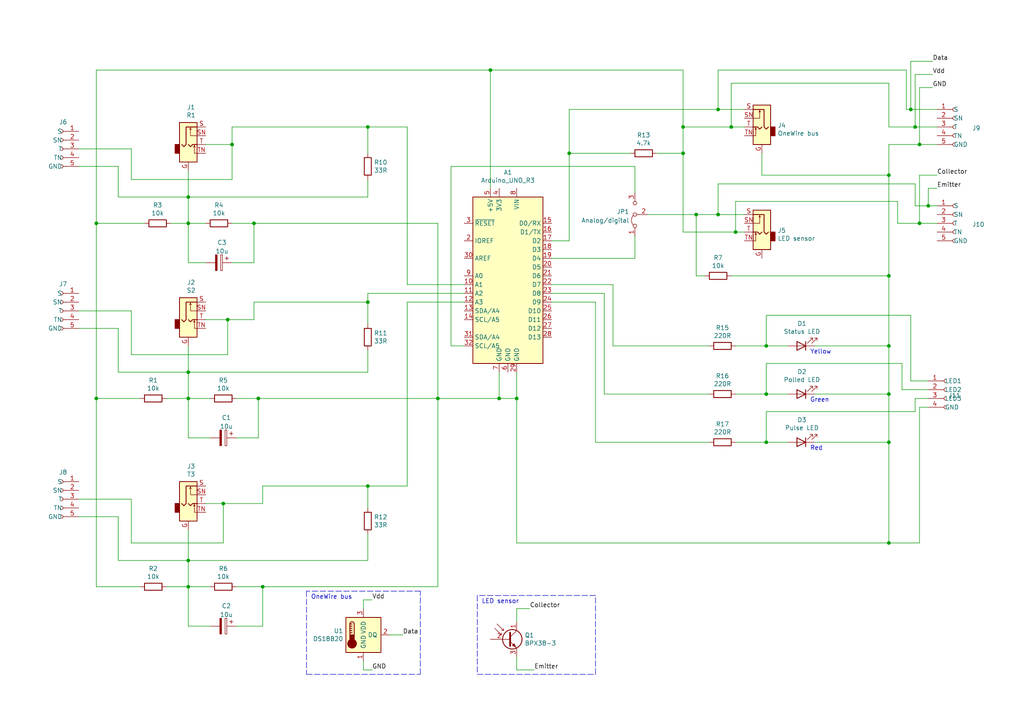
<source format=kicad_sch>
(kicad_sch (version 20211123) (generator eeschema)
  (paper "A4")
  (lib_symbols
    (symbol "Connector:AudioJack2_Ground_Switch"
      (property "Reference" "J" (at 0 11.43 0))
      (property "Value" "AudioJack2_Ground_Switch" (at 0 8.89 0))
      (symbol "AudioJack2_Ground_Switch_0_1"
        (rectangle (start -2.54 -2.54) (end -3.81 0) (stroke (width 0.254)) (fill (type outline)))
        (rectangle (start 2.54 6.35) (end -2.54 -5.08) (stroke (width 0.254)) (fill (type background)))
      )
      (symbol "AudioJack2_Ground_Switch_1_1"
        (polyline (pts (xy 0.635 4.826) (xy 0.889 4.318)))
        (polyline (pts (xy 1.778 -0.254) (xy 2.032 -0.762)))
        (polyline (pts (xy 0 0) (xy 0.635 -0.635) (xy 1.27 0) (xy 2.54 0)) (stroke (width 0.254)))
        (polyline (pts (xy 2.54 -2.54) (xy 1.778 -2.54) (xy 1.778 -0.254) (xy 1.524 -0.762)))
        (polyline (pts (xy 2.54 2.54) (xy 0.635 2.54) (xy 0.635 4.826) (xy 0.381 4.318)))
        (polyline (pts (xy 2.54 5.08) (xy -0.635 5.08) (xy -0.635 0) (xy -1.27 -0.635) (xy -1.905 0)) (stroke (width 0.254)))
        (pin passive line (at 0 -7.62 90) (length 2.54) (name "~") (number "G"))
        (pin passive line (at 5.08 5.08 180) (length 2.54) (name "~") (number "S"))
        (pin passive line (at 5.08 2.54 180) (length 2.54) (name "~") (number "SN"))
        (pin passive line (at 5.08 0 180) (length 2.54) (name "~") (number "T"))
        (pin passive line (at 5.08 -2.54 180) (length 2.54) (name "~") (number "TN"))
      )
    )
    (symbol "Device:C_Polarized" (pin_numbers hide) (pin_names (offset 0.254))
      (property "Reference" "C" (at 0.635 2.54 0))
      (property "Value" "C_Polarized" (at 0.635 -2.54 0))
      (symbol "C_Polarized_0_1"
        (rectangle (start -2.286 0.508) (end 2.286 1.016))
        (polyline (pts (xy -1.778 2.286) (xy -0.762 2.286)))
        (polyline (pts (xy -1.27 2.794) (xy -1.27 1.778)))
        (rectangle (start 2.286 -0.508) (end -2.286 -1.016) (fill (type outline)))
      )
      (symbol "C_Polarized_1_1"
        (pin passive line (at 0 3.81 270) (length 2.794) (name "~") (number "1"))
        (pin passive line (at 0 -3.81 90) (length 2.794) (name "~") (number "2"))
      )
    )
    (symbol "Device:LED" (pin_numbers hide) (pin_names (offset 1.016) hide)
      (property "Reference" "D" (at 0 2.54 0))
      (property "Value" "LED" (at 0 -2.54 0))
      (symbol "LED_0_1"
        (polyline (pts (xy -1.27 -1.27) (xy -1.27 1.27)) (stroke (width 0.254)))
        (polyline (pts (xy -1.27 0) (xy 1.27 0)))
        (polyline (pts (xy 1.27 -1.27) (xy 1.27 1.27) (xy -1.27 0) (xy 1.27 -1.27)) (stroke (width 0.254)))
        (polyline (pts (xy -3.048 -0.762) (xy -4.572 -2.286) (xy -3.81 -2.286) (xy -4.572 -2.286) (xy -4.572 -1.524)))
        (polyline (pts (xy -1.778 -0.762) (xy -3.302 -2.286) (xy -2.54 -2.286) (xy -3.302 -2.286) (xy -3.302 -1.524)))
      )
      (symbol "LED_1_1"
        (pin passive line (at -3.81 0 0) (length 2.54) (name "K") (number "1"))
        (pin passive line (at 3.81 0 180) (length 2.54) (name "A") (number "2"))
      )
    )
    (symbol "Device:Q_Photo_NPN_CBE" (pin_names (offset 0) hide)
      (property "Reference" "Q" (at 5.08 1.27 0))
      (property "Value" "Q_Photo_NPN_CBE" (at 5.08 -1.27 0))
      (symbol "Q_Photo_NPN_CBE_0_1"
        (polyline (pts (xy -1.905 1.27) (xy -2.54 1.27)))
        (polyline (pts (xy -1.27 2.54) (xy -1.905 2.54)))
        (polyline (pts (xy 0 0) (xy 0.635 0)))
        (polyline (pts (xy 0.635 0.635) (xy 2.54 2.54)))
        (polyline (pts (xy -3.81 3.175) (xy -1.905 1.27) (xy -1.905 1.905)))
        (polyline (pts (xy -3.175 4.445) (xy -1.27 2.54) (xy -1.27 3.175)))
        (polyline (pts (xy 0.635 -0.635) (xy 2.54 -2.54) (xy 2.54 -2.54)))
        (polyline (pts (xy 0.635 1.905) (xy 0.635 -1.905) (xy 0.635 -1.905)) (stroke (width 0.508)))
        (polyline (pts (xy 1.27 -1.778) (xy 1.778 -1.27) (xy 2.286 -2.286) (xy 1.27 -1.778) (xy 1.27 -1.778)) (fill (type outline)))
        (circle (center 1.27 0) (radius 2.8194) (stroke (width 0.254)))
      )
      (symbol "Q_Photo_NPN_CBE_1_1"
        (pin passive line (at 2.54 5.08 270) (length 2.54) (name "C") (number "1"))
        (pin input line (at -5.08 0 0) (length 5.08) (name "B") (number "2"))
        (pin passive line (at 2.54 -5.08 90) (length 2.54) (name "E") (number "3"))
      )
    )
    (symbol "Device:R" (pin_numbers hide) (pin_names (offset 0))
      (property "Reference" "R" (at 2.032 0 90))
      (property "Value" "R" (at 0 0 90))
      (symbol "R_0_1"
        (rectangle (start -1.016 -2.54) (end 1.016 2.54) (stroke (width 0.254)))
      )
      (symbol "R_1_1"
        (pin passive line (at 0 3.81 270) (length 1.27) (name "~") (number "1"))
        (pin passive line (at 0 -3.81 90) (length 1.27) (name "~") (number "2"))
      )
    )
    (symbol "Jumper:Jumper_3_Bridged12" (pin_names (offset 0) hide)
      (property "Reference" "JP" (at -2.54 -2.54 0))
      (property "Value" "Jumper_3_Bridged12" (at 0 2.794 0))
      (symbol "Jumper_3_Bridged12_0_0"
        (circle (center -3.302 0) (radius 0.508))
        (circle (center 0 0) (radius 0.508))
        (circle (center 3.302 0) (radius 0.508))
      )
      (symbol "Jumper_3_Bridged12_0_1"
        (arc (start -0.254 0.508) (mid -1.651 0.9912) (end -3.048 0.508))
        (polyline (pts (xy 0 -1.27) (xy 0 -0.508)))
      )
      (symbol "Jumper_3_Bridged12_1_1"
        (pin passive line (at -6.35 0 0) (length 2.54) (name "A") (number "1"))
        (pin passive line (at 0 -3.81 90) (length 2.54) (name "C") (number "2"))
        (pin passive line (at 6.35 0 180) (length 2.54) (name "B") (number "3"))
      )
    )
    (symbol "MCU_Module:Arduino_UNO_R3"
      (property "Reference" "A" (at -10.16 23.495 0))
      (property "Value" "Arduino_UNO_R3" (at 5.08 -26.67 0))
      (symbol "Arduino_UNO_R3_0_1"
        (rectangle (start -10.16 22.86) (end 10.16 -25.4) (stroke (width 0.254)) (fill (type background)))
      )
      (symbol "Arduino_UNO_R3_1_1"
        (pin no_connect line (at -10.16 -20.32 0) (length 2.54) hide (name "NC") (number "1"))
        (pin bidirectional line (at 12.7 -2.54 180) (length 2.54) (name "A1") (number "10"))
        (pin bidirectional line (at 12.7 -5.08 180) (length 2.54) (name "A2") (number "11"))
        (pin bidirectional line (at 12.7 -7.62 180) (length 2.54) (name "A3") (number "12"))
        (pin bidirectional line (at 12.7 -10.16 180) (length 2.54) (name "SDA/A4") (number "13"))
        (pin bidirectional line (at 12.7 -12.7 180) (length 2.54) (name "SCL/A5") (number "14"))
        (pin bidirectional line (at -12.7 15.24 0) (length 2.54) (name "D0/RX") (number "15"))
        (pin bidirectional line (at -12.7 12.7 0) (length 2.54) (name "D1/TX") (number "16"))
        (pin bidirectional line (at -12.7 10.16 0) (length 2.54) (name "D2") (number "17"))
        (pin bidirectional line (at -12.7 7.62 0) (length 2.54) (name "D3") (number "18"))
        (pin bidirectional line (at -12.7 5.08 0) (length 2.54) (name "D4") (number "19"))
        (pin output line (at 12.7 10.16 180) (length 2.54) (name "IOREF") (number "2"))
        (pin bidirectional line (at -12.7 2.54 0) (length 2.54) (name "D5") (number "20"))
        (pin bidirectional line (at -12.7 0 0) (length 2.54) (name "D6") (number "21"))
        (pin bidirectional line (at -12.7 -2.54 0) (length 2.54) (name "D7") (number "22"))
        (pin bidirectional line (at -12.7 -5.08 0) (length 2.54) (name "D8") (number "23"))
        (pin bidirectional line (at -12.7 -7.62 0) (length 2.54) (name "D9") (number "24"))
        (pin bidirectional line (at -12.7 -10.16 0) (length 2.54) (name "D10") (number "25"))
        (pin bidirectional line (at -12.7 -12.7 0) (length 2.54) (name "D11") (number "26"))
        (pin bidirectional line (at -12.7 -15.24 0) (length 2.54) (name "D12") (number "27"))
        (pin bidirectional line (at -12.7 -17.78 0) (length 2.54) (name "D13") (number "28"))
        (pin power_in line (at -2.54 -27.94 90) (length 2.54) (name "GND") (number "29"))
        (pin input line (at 12.7 15.24 180) (length 2.54) (name "~{RESET}") (number "3"))
        (pin input line (at 12.7 5.08 180) (length 2.54) (name "AREF") (number "30"))
        (pin bidirectional line (at 12.7 -17.78 180) (length 2.54) (name "SDA/A4") (number "31"))
        (pin bidirectional line (at 12.7 -20.32 180) (length 2.54) (name "SCL/A5") (number "32"))
        (pin power_out line (at 2.54 25.4 270) (length 2.54) (name "3V3") (number "4"))
        (pin power_out line (at 5.08 25.4 270) (length 2.54) (name "+5V") (number "5"))
        (pin power_in line (at 0 -27.94 90) (length 2.54) (name "GND") (number "6"))
        (pin power_in line (at 2.54 -27.94 90) (length 2.54) (name "GND") (number "7"))
        (pin power_in line (at -2.54 25.4 270) (length 2.54) (name "VIN") (number "8"))
        (pin bidirectional line (at 12.7 0 180) (length 2.54) (name "A0") (number "9"))
      )
    )
    (symbol "My_Headers:4-pin_3LED_header" (pin_names (offset 1.016))
      (property "Reference" "J" (at 5.08 3.175 0))
      (symbol "4-pin_3LED_header_1_1"
        (polyline (pts (xy 3.81 -7.62) (xy 4.572 -7.62)) (stroke (width 0.1524)))
        (polyline (pts (xy 3.81 -5.08) (xy 4.572 -5.08)) (stroke (width 0.1524)))
        (polyline (pts (xy 3.81 -2.54) (xy 4.572 -2.54)) (stroke (width 0.1524)))
        (polyline (pts (xy 3.81 0) (xy 4.572 0)) (stroke (width 0.1524)))
        (arc (start 5.08 -7.112) (mid 4.572 -7.62) (end 5.08 -8.128) (stroke (width 0.1524)))
        (arc (start 5.08 -4.572) (mid 4.572 -5.08) (end 5.08 -5.588) (stroke (width 0.1524)))
        (arc (start 5.08 -2.032) (mid 4.572 -2.54) (end 5.08 -3.048) (stroke (width 0.1524)))
        (arc (start 5.08 0.508) (mid 4.572 0) (end 5.08 -0.508) (stroke (width 0.1524)))
        (pin passive line (at 0 0 0) (length 3.81) (name "LED1") (number "1"))
        (pin passive line (at 0 -2.54 0) (length 3.81) (name "LED2") (number "2"))
        (pin passive line (at 0 -5.08 0) (length 3.81) (name "LED3") (number "3"))
        (pin passive line (at 0 -7.62 0) (length 3.81) (name "GND") (number "4"))
      )
    )
    (symbol "My_Headers:5-pin_3-pole_3,5mm_audio_header" (pin_names (offset 1.016))
      (property "Reference" "J" (at 0 7.62 0))
      (symbol "5-pin_3-pole_3,5mm_audio_header_1_1"
        (arc (start 0 -4.572) (mid -0.508 -5.08) (end 0 -5.588) (stroke (width 0.1524)))
        (arc (start 0 -2.032) (mid -0.508 -2.54) (end 0 -3.048) (stroke (width 0.1524)))
        (polyline (pts (xy -1.27 -5.08) (xy -0.508 -5.08)) (stroke (width 0.1524)))
        (polyline (pts (xy -1.27 -2.54) (xy -0.508 -2.54)) (stroke (width 0.1524)))
        (polyline (pts (xy -1.27 0) (xy -0.508 0)) (stroke (width 0.1524)))
        (polyline (pts (xy -1.27 2.54) (xy -0.508 2.54)) (stroke (width 0.1524)))
        (polyline (pts (xy -1.27 5.08) (xy -0.508 5.08)) (stroke (width 0.1524)))
        (arc (start 0 0.508) (mid -0.508 0) (end 0 -0.508) (stroke (width 0.1524)))
        (arc (start 0 3.048) (mid -0.508 2.54) (end 0 2.032) (stroke (width 0.1524)))
        (arc (start 0 5.588) (mid -0.508 5.08) (end 0 4.572) (stroke (width 0.1524)))
        (pin passive line (at -5.08 5.08 0) (length 3.81) (name "S") (number "1"))
        (pin passive line (at -5.08 2.54 0) (length 3.81) (name "SN") (number "2"))
        (pin passive line (at -5.08 0 0) (length 3.81) (name "T") (number "3"))
        (pin passive line (at -5.08 -2.54 0) (length 3.81) (name "TN") (number "4"))
        (pin passive line (at -5.08 -5.08 0) (length 3.81) (name "GND") (number "5"))
      )
    )
    (symbol "Sensor_Temperature:DS18B20" (pin_names (offset 1.016))
      (property "Reference" "U" (at -3.81 6.35 0))
      (property "Value" "DS18B20" (at 6.35 6.35 0))
      (symbol "DS18B20_0_1"
        (rectangle (start -5.08 5.08) (end 5.08 -5.08) (stroke (width 0.254)) (fill (type background)))
        (circle (center -3.302 -2.54) (radius 1.27) (stroke (width 0.254)) (fill (type outline)))
        (rectangle (start -2.667 -1.905) (end -3.937 0) (stroke (width 0.254)) (fill (type outline)))
        (arc (start -2.667 3.175) (mid -3.302 3.81) (end -3.937 3.175) (stroke (width 0.254)))
        (polyline (pts (xy -3.937 0.635) (xy -3.302 0.635)) (stroke (width 0.254)))
        (polyline (pts (xy -3.937 1.27) (xy -3.302 1.27)) (stroke (width 0.254)))
        (polyline (pts (xy -3.937 1.905) (xy -3.302 1.905)) (stroke (width 0.254)))
        (polyline (pts (xy -3.937 2.54) (xy -3.302 2.54)) (stroke (width 0.254)))
        (polyline (pts (xy -3.937 3.175) (xy -3.937 0)) (stroke (width 0.254)))
        (polyline (pts (xy -3.937 3.175) (xy -3.302 3.175)) (stroke (width 0.254)))
        (polyline (pts (xy -2.667 3.175) (xy -2.667 0)) (stroke (width 0.254)))
      )
      (symbol "DS18B20_1_1"
        (pin power_in line (at 0 -7.62 90) (length 2.54) (name "GND") (number "1"))
        (pin bidirectional line (at 7.62 0 180) (length 2.54) (name "DQ") (number "2"))
        (pin power_in line (at 0 7.62 270) (length 2.54) (name "VDD") (number "3"))
      )
    )
  )
  (junction (at 67.31 41.91))
  (junction (at 266.7 64.77))
  (junction (at 54.61 115.57))
  (junction (at 149.86 115.57))
  (junction (at 212.09 36.83))
  (junction (at 213.36 67.31))
  (junction (at 266.7 41.91))
  (junction (at 54.61 107.95))
  (junction (at 257.81 114.3))
  (junction (at 265.43 36.83))
  (junction (at 54.61 64.77))
  (junction (at 222.25 128.27))
  (junction (at 198.12 36.83))
  (junction (at 54.61 162.56))
  (junction (at 54.61 170.18))
  (junction (at 201.93 62.23))
  (junction (at 54.61 57.15))
  (junction (at 264.16 31.75))
  (junction (at 257.81 80.01))
  (junction (at 222.25 100.33))
  (junction (at 142.24 20.32))
  (junction (at 27.94 115.57))
  (junction (at 106.68 36.83))
  (junction (at 257.81 157.48))
  (junction (at 66.04 92.71))
  (junction (at 165.1 44.45))
  (junction (at 222.25 114.3))
  (junction (at 27.94 64.77))
  (junction (at 269.24 59.69))
  (junction (at 208.28 62.23))
  (junction (at 106.68 140.97))
  (junction (at 144.78 115.57))
  (junction (at 64.77 146.05))
  (junction (at 106.68 87.63))
  (junction (at 127 115.57))
  (junction (at 257.81 100.33))
  (junction (at 257.81 50.8))
  (junction (at 76.2 170.18))
  (junction (at 257.81 128.27))
  (junction (at 73.66 64.77))
  (junction (at 208.28 31.75))
  (junction (at 198.12 44.45))
  (junction (at 74.93 115.57))
  (wire (pts (xy 38.1 157.48) (xy 64.77 157.48)))
  (wire (pts (xy 144.78 115.57) (xy 144.78 107.95)))
  (wire (pts (xy 149.86 176.53) (xy 153.67 176.53)))
  (wire (pts (xy 222.25 114.3) (xy 228.6 114.3)))
  (wire (pts (xy 260.35 64.77) (xy 266.7 64.77)))
  (wire (pts (xy 105.41 173.99) (xy 107.95 173.99)))
  (wire (pts (xy 213.36 100.33) (xy 222.25 100.33)))
  (wire (pts (xy 184.15 48.26) (xy 184.15 55.88)))
  (polyline (pts (xy 88.9 195.58) (xy 121.92 195.58)))
  (wire (pts (xy 106.68 101.6) (xy 106.68 107.95)))
  (wire (pts (xy 27.94 115.57) (xy 27.94 170.18)))
  (wire (pts (xy 73.66 92.71) (xy 73.66 87.63)))
  (wire (pts (xy 198.12 67.31) (xy 213.36 67.31)))
  (wire (pts (xy 113.03 184.15) (xy 116.84 184.15)))
  (wire (pts (xy 127 115.57) (xy 127 170.18)))
  (wire (pts (xy 38.1 144.78) (xy 38.1 157.48)))
  (wire (pts (xy 264.16 31.75) (xy 264.16 17.78)))
  (wire (pts (xy 54.61 57.15) (xy 106.68 57.15)))
  (wire (pts (xy 149.86 115.57) (xy 149.86 157.48)))
  (wire (pts (xy 34.29 107.95) (xy 34.29 95.25)))
  (wire (pts (xy 54.61 107.95) (xy 54.61 115.57)))
  (wire (pts (xy 265.43 36.83) (xy 265.43 21.59)))
  (wire (pts (xy 201.93 62.23) (xy 208.28 62.23)))
  (wire (pts (xy 208.28 53.34) (xy 265.43 53.34)))
  (wire (pts (xy 266.7 64.77) (xy 266.7 50.8)))
  (wire (pts (xy 264.16 31.75) (xy 271.78 31.75)))
  (wire (pts (xy 257.81 128.27) (xy 257.81 157.48)))
  (wire (pts (xy 40.64 170.18) (xy 27.94 170.18)))
  (wire (pts (xy 212.09 36.83) (xy 215.9 36.83)))
  (wire (pts (xy 34.29 95.25) (xy 22.86 95.25)))
  (wire (pts (xy 172.72 87.63) (xy 172.72 128.27)))
  (wire (pts (xy 64.77 146.05) (xy 59.69 146.05)))
  (wire (pts (xy 257.81 24.13) (xy 212.09 24.13)))
  (wire (pts (xy 54.61 57.15) (xy 54.61 64.77)))
  (wire (pts (xy 67.31 41.91) (xy 67.31 52.07)))
  (wire (pts (xy 74.93 127) (xy 74.93 115.57)))
  (wire (pts (xy 68.58 181.61) (xy 76.2 181.61)))
  (wire (pts (xy 67.31 76.2) (xy 73.66 76.2)))
  (wire (pts (xy 68.58 127) (xy 74.93 127)))
  (wire (pts (xy 27.94 20.32) (xy 27.94 64.77)))
  (wire (pts (xy 149.86 194.31) (xy 154.94 194.31)))
  (wire (pts (xy 222.25 100.33) (xy 228.6 100.33)))
  (wire (pts (xy 165.1 44.45) (xy 182.88 44.45)))
  (wire (pts (xy 236.22 100.33) (xy 257.81 100.33)))
  (wire (pts (xy 127 115.57) (xy 144.78 115.57)))
  (wire (pts (xy 213.36 58.42) (xy 260.35 58.42)))
  (wire (pts (xy 175.26 114.3) (xy 205.74 114.3)))
  (wire (pts (xy 106.68 57.15) (xy 106.68 52.07)))
  (polyline (pts (xy 121.92 171.45) (xy 88.9 171.45)))
  (wire (pts (xy 105.41 191.77) (xy 105.41 194.31)))
  (wire (pts (xy 48.26 115.57) (xy 54.61 115.57)))
  (wire (pts (xy 54.61 115.57) (xy 54.61 127)))
  (wire (pts (xy 106.68 85.09) (xy 106.68 87.63)))
  (wire (pts (xy 266.7 25.4) (xy 270.51 25.4)))
  (wire (pts (xy 54.61 76.2) (xy 59.69 76.2)))
  (wire (pts (xy 269.24 59.69) (xy 271.78 59.69)))
  (wire (pts (xy 257.81 114.3) (xy 257.81 128.27)))
  (wire (pts (xy 201.93 80.01) (xy 201.93 62.23)))
  (wire (pts (xy 257.81 80.01) (xy 257.81 100.33)))
  (wire (pts (xy 257.81 50.8) (xy 257.81 41.91)))
  (wire (pts (xy 54.61 170.18) (xy 54.61 181.61)))
  (wire (pts (xy 118.11 87.63) (xy 118.11 140.97)))
  (wire (pts (xy 149.86 157.48) (xy 257.81 157.48)))
  (wire (pts (xy 257.81 36.83) (xy 257.81 24.13)))
  (wire (pts (xy 160.02 85.09) (xy 175.26 85.09)))
  (polyline (pts (xy 138.43 195.58) (xy 172.72 195.58)))
  (wire (pts (xy 222.25 105.41) (xy 261.62 105.41)))
  (wire (pts (xy 118.11 87.63) (xy 134.62 87.63)))
  (wire (pts (xy 262.89 31.75) (xy 264.16 31.75)))
  (polyline (pts (xy 138.43 172.72) (xy 138.43 195.58)))
  (wire (pts (xy 54.61 76.2) (xy 54.61 64.77)))
  (wire (pts (xy 198.12 20.32) (xy 198.12 36.83)))
  (wire (pts (xy 160.02 69.85) (xy 165.1 69.85)))
  (wire (pts (xy 38.1 90.17) (xy 38.1 102.87)))
  (wire (pts (xy 27.94 64.77) (xy 27.94 115.57)))
  (wire (pts (xy 34.29 149.86) (xy 22.86 149.86)))
  (wire (pts (xy 198.12 36.83) (xy 198.12 44.45)))
  (wire (pts (xy 187.96 62.23) (xy 201.93 62.23)))
  (wire (pts (xy 68.58 115.57) (xy 74.93 115.57)))
  (wire (pts (xy 48.26 170.18) (xy 54.61 170.18)))
  (wire (pts (xy 106.68 93.98) (xy 106.68 87.63)))
  (wire (pts (xy 261.62 105.41) (xy 261.62 113.03)))
  (wire (pts (xy 198.12 44.45) (xy 198.12 67.31)))
  (wire (pts (xy 40.64 115.57) (xy 27.94 115.57)))
  (wire (pts (xy 106.68 140.97) (xy 76.2 140.97)))
  (wire (pts (xy 204.47 80.01) (xy 201.93 80.01)))
  (wire (pts (xy 222.25 100.33) (xy 222.25 91.44)))
  (wire (pts (xy 257.81 50.8) (xy 257.81 80.01)))
  (wire (pts (xy 149.86 190.5) (xy 149.86 194.31)))
  (wire (pts (xy 208.28 62.23) (xy 208.28 53.34)))
  (polyline (pts (xy 121.92 195.58) (xy 121.92 171.45)))
  (wire (pts (xy 208.28 20.32) (xy 262.89 20.32)))
  (wire (pts (xy 54.61 49.53) (xy 54.61 57.15)))
  (wire (pts (xy 208.28 31.75) (xy 215.9 31.75)))
  (wire (pts (xy 22.86 43.18) (xy 38.1 43.18)))
  (wire (pts (xy 165.1 69.85) (xy 165.1 44.45)))
  (wire (pts (xy 106.68 154.94) (xy 106.68 162.56)))
  (wire (pts (xy 73.66 64.77) (xy 67.31 64.77)))
  (wire (pts (xy 265.43 119.38) (xy 265.43 115.57)))
  (wire (pts (xy 264.16 17.78) (xy 270.51 17.78)))
  (wire (pts (xy 118.11 36.83) (xy 118.11 82.55)))
  (wire (pts (xy 22.86 144.78) (xy 38.1 144.78)))
  (polyline (pts (xy 172.72 195.58) (xy 172.72 172.72)))
  (wire (pts (xy 149.86 180.34) (xy 149.86 176.53)))
  (wire (pts (xy 184.15 68.58) (xy 184.15 74.93)))
  (wire (pts (xy 172.72 128.27) (xy 205.74 128.27)))
  (wire (pts (xy 222.25 91.44) (xy 264.16 91.44)))
  (wire (pts (xy 73.66 76.2) (xy 73.66 64.77)))
  (wire (pts (xy 266.7 118.11) (xy 269.24 118.11)))
  (wire (pts (xy 105.41 176.53) (xy 105.41 173.99)))
  (wire (pts (xy 67.31 36.83) (xy 67.31 41.91)))
  (wire (pts (xy 236.22 128.27) (xy 257.81 128.27)))
  (wire (pts (xy 177.8 82.55) (xy 177.8 100.33)))
  (wire (pts (xy 54.61 170.18) (xy 54.61 162.56)))
  (wire (pts (xy 266.7 50.8) (xy 271.78 50.8)))
  (wire (pts (xy 118.11 140.97) (xy 106.68 140.97)))
  (wire (pts (xy 257.81 41.91) (xy 266.7 41.91)))
  (wire (pts (xy 257.81 157.48) (xy 266.7 157.48)))
  (wire (pts (xy 212.09 24.13) (xy 212.09 36.83)))
  (wire (pts (xy 76.2 181.61) (xy 76.2 170.18)))
  (wire (pts (xy 212.09 80.01) (xy 257.81 80.01)))
  (wire (pts (xy 265.43 21.59) (xy 270.51 21.59)))
  (wire (pts (xy 265.43 36.83) (xy 271.78 36.83)))
  (wire (pts (xy 130.81 100.33) (xy 134.62 100.33)))
  (wire (pts (xy 130.81 48.26) (xy 130.81 100.33)))
  (wire (pts (xy 106.68 162.56) (xy 54.61 162.56)))
  (wire (pts (xy 142.24 20.32) (xy 142.24 54.61)))
  (wire (pts (xy 64.77 157.48) (xy 64.77 146.05)))
  (wire (pts (xy 220.98 44.45) (xy 220.98 50.8)))
  (wire (pts (xy 264.16 91.44) (xy 264.16 110.49)))
  (wire (pts (xy 260.35 58.42) (xy 260.35 64.77)))
  (wire (pts (xy 34.29 162.56) (xy 34.29 149.86)))
  (wire (pts (xy 165.1 44.45) (xy 165.1 31.75)))
  (wire (pts (xy 257.81 36.83) (xy 265.43 36.83)))
  (wire (pts (xy 160.02 87.63) (xy 172.72 87.63)))
  (wire (pts (xy 38.1 102.87) (xy 66.04 102.87)))
  (wire (pts (xy 34.29 48.26) (xy 22.86 48.26)))
  (wire (pts (xy 213.36 67.31) (xy 213.36 58.42)))
  (wire (pts (xy 266.7 157.48) (xy 266.7 118.11)))
  (wire (pts (xy 269.24 59.69) (xy 269.24 54.61)))
  (wire (pts (xy 54.61 57.15) (xy 34.29 57.15)))
  (wire (pts (xy 67.31 36.83) (xy 106.68 36.83)))
  (wire (pts (xy 149.86 107.95) (xy 149.86 115.57)))
  (wire (pts (xy 76.2 146.05) (xy 64.77 146.05)))
  (wire (pts (xy 220.98 50.8) (xy 257.81 50.8)))
  (wire (pts (xy 265.43 53.34) (xy 265.43 59.69)))
  (wire (pts (xy 257.81 100.33) (xy 257.81 114.3)))
  (wire (pts (xy 144.78 115.57) (xy 149.86 115.57)))
  (wire (pts (xy 106.68 147.32) (xy 106.68 140.97)))
  (wire (pts (xy 76.2 170.18) (xy 127 170.18)))
  (wire (pts (xy 54.61 107.95) (xy 34.29 107.95)))
  (wire (pts (xy 54.61 170.18) (xy 60.96 170.18)))
  (wire (pts (xy 27.94 20.32) (xy 142.24 20.32)))
  (wire (pts (xy 265.43 115.57) (xy 269.24 115.57)))
  (wire (pts (xy 222.25 114.3) (xy 222.25 105.41)))
  (wire (pts (xy 236.22 114.3) (xy 257.81 114.3)))
  (wire (pts (xy 127 115.57) (xy 127 64.77)))
  (wire (pts (xy 208.28 62.23) (xy 215.9 62.23)))
  (wire (pts (xy 22.86 90.17) (xy 38.1 90.17)))
  (wire (pts (xy 261.62 113.03) (xy 269.24 113.03)))
  (wire (pts (xy 54.61 64.77) (xy 59.69 64.77)))
  (wire (pts (xy 266.7 64.77) (xy 271.78 64.77)))
  (wire (pts (xy 190.5 44.45) (xy 198.12 44.45)))
  (wire (pts (xy 160.02 74.93) (xy 184.15 74.93)))
  (wire (pts (xy 165.1 31.75) (xy 208.28 31.75)))
  (wire (pts (xy 222.25 128.27) (xy 222.25 119.38)))
  (wire (pts (xy 118.11 82.55) (xy 134.62 82.55)))
  (wire (pts (xy 66.04 92.71) (xy 73.66 92.71)))
  (wire (pts (xy 134.62 85.09) (xy 106.68 85.09)))
  (wire (pts (xy 175.26 85.09) (xy 175.26 114.3)))
  (wire (pts (xy 130.81 48.26) (xy 184.15 48.26)))
  (wire (pts (xy 66.04 102.87) (xy 66.04 92.71)))
  (wire (pts (xy 54.61 162.56) (xy 34.29 162.56)))
  (wire (pts (xy 27.94 64.77) (xy 41.91 64.77)))
  (wire (pts (xy 54.61 181.61) (xy 60.96 181.61)))
  (wire (pts (xy 262.89 20.32) (xy 262.89 31.75)))
  (wire (pts (xy 73.66 87.63) (xy 106.68 87.63)))
  (wire (pts (xy 38.1 52.07) (xy 67.31 52.07)))
  (wire (pts (xy 198.12 36.83) (xy 212.09 36.83)))
  (wire (pts (xy 38.1 43.18) (xy 38.1 52.07)))
  (wire (pts (xy 54.61 115.57) (xy 60.96 115.57)))
  (wire (pts (xy 269.24 54.61) (xy 271.78 54.61)))
  (wire (pts (xy 213.36 114.3) (xy 222.25 114.3)))
  (wire (pts (xy 213.36 128.27) (xy 222.25 128.27)))
  (wire (pts (xy 265.43 59.69) (xy 269.24 59.69)))
  (wire (pts (xy 106.68 107.95) (xy 54.61 107.95)))
  (wire (pts (xy 54.61 127) (xy 60.96 127)))
  (wire (pts (xy 105.41 194.31) (xy 107.95 194.31)))
  (wire (pts (xy 177.8 100.33) (xy 205.74 100.33)))
  (wire (pts (xy 266.7 41.91) (xy 266.7 25.4)))
  (wire (pts (xy 74.93 115.57) (xy 127 115.57)))
  (wire (pts (xy 222.25 128.27) (xy 228.6 128.27)))
  (wire (pts (xy 106.68 36.83) (xy 106.68 44.45)))
  (wire (pts (xy 54.61 162.56) (xy 54.61 153.67)))
  (wire (pts (xy 208.28 20.32) (xy 208.28 31.75)))
  (polyline (pts (xy 172.72 172.72) (xy 138.43 172.72)))
  (wire (pts (xy 222.25 119.38) (xy 265.43 119.38)))
  (wire (pts (xy 213.36 67.31) (xy 215.9 67.31)))
  (wire (pts (xy 49.53 64.77) (xy 54.61 64.77)))
  (wire (pts (xy 127 64.77) (xy 73.66 64.77)))
  (wire (pts (xy 54.61 100.33) (xy 54.61 107.95)))
  (wire (pts (xy 264.16 110.49) (xy 269.24 110.49)))
  (wire (pts (xy 266.7 41.91) (xy 271.78 41.91)))
  (wire (pts (xy 142.24 20.32) (xy 198.12 20.32)))
  (polyline (pts (xy 88.9 171.45) (xy 88.9 195.58)))
  (wire (pts (xy 68.58 170.18) (xy 76.2 170.18)))
  (wire (pts (xy 76.2 140.97) (xy 76.2 146.05)))
  (wire (pts (xy 34.29 57.15) (xy 34.29 48.26)))
  (wire (pts (xy 59.69 92.71) (xy 66.04 92.71)))
  (wire (pts (xy 160.02 82.55) (xy 177.8 82.55)))
  (wire (pts (xy 59.69 41.91) (xy 67.31 41.91)))
  (wire (pts (xy 106.68 36.83) (xy 118.11 36.83)))
  (text "LED sensor" (at 139.7 175.26 0) (effects (font (size 1.27 1.27)) (justify left bottom)))
  (text "OneWire bus" (at 90.17 173.99 0) (effects (font (size 1.27 1.27)) (justify left bottom)))
  (text "Red" (at 234.95 130.81 0) (effects (font (size 1.27 1.27)) (justify left bottom)))
  (text "Green" (at 234.95 116.84 0) (effects (font (size 1.27 1.27)) (justify left bottom)))
  (text "Yellow" (at 234.95 102.87 0) (effects (font (size 1.27 1.27)) (justify left bottom)))
  (label "GND" (at 107.95 194.31 0))
  (label "Data" (at 116.84 184.15 0))
  (label "Vdd" (at 107.95 173.99 0))
  (label "Collector" (at 271.78 50.8 0))
  (label "Emitter" (at 154.94 194.31 0))
  (label "Vdd" (at 270.51 21.59 0))
  (label "Data" (at 270.51 17.78 0))
  (label "Collector" (at 153.67 176.53 0))
  (label "GND" (at 270.51 25.4 0))
  (label "Emitter" (at 271.78 54.61 0))
  (symbol (lib_id "MCU_Module:Arduino_UNO_R3") (at 147.32 80.01 0) (mirror y) (unit 1)
    (property "Reference" "A1" (at 147.32 50.0126 0))
    (property "Value" "Arduino_UNO_R3" (at 147.32 52.324 0))
    (property "Footprint" "My_Arduino:Arduino_UNO_R3_shield_large" (effects hide))
    (property "Datasheet" "https://www.arduino.cc/en/Main/arduinoBoardUno" (effects hide))
  )
  (symbol (lib_id "Connector:AudioJack2_Ground_Switch") (at 54.61 41.91 0) (unit 1)
    (property "Reference" "J1" (at 55.4228 31.115 0))
    (property "Value" "R1" (at 55.4228 33.4264 0))
    (property "Footprint" "My_Misc:My_Jack_3.5mm_Ledino_KB3SPRS_Horizontal" (effects hide))
  )
  (symbol (lib_id "Connector:AudioJack2_Ground_Switch") (at 54.61 92.71 0) (unit 1)
    (property "Reference" "J2" (at 55.4228 81.915 0))
    (property "Value" "S2" (at 55.4228 84.2264 0))
    (property "Footprint" "My_Misc:My_Jack_3.5mm_Ledino_KB3SPRS_Horizontal" (effects hide))
  )
  (symbol (lib_id "Connector:AudioJack2_Ground_Switch") (at 54.61 146.05 0) (unit 1)
    (property "Reference" "J3" (at 55.4228 135.255 0))
    (property "Value" "T3" (at 55.4228 137.5664 0))
    (property "Footprint" "My_Misc:My_Jack_3.5mm_Ledino_KB3SPRS_Horizontal" (effects hide))
  )
  (symbol (lib_id "Connector:AudioJack2_Ground_Switch") (at 220.98 36.83 0) (mirror y) (unit 1)
    (property "Reference" "J4" (at 225.552 36.3728 0) (effects (justify right)))
    (property "Value" "OneWire bus" (at 225.552 38.6842 0) (effects (justify right)))
    (property "Footprint" "My_Misc:My_Jack_3.5mm_Ledino_KB3SPRS_Horizontal" (effects hide))
  )
  (symbol (lib_id "Connector:AudioJack2_Ground_Switch") (at 220.98 67.31 0) (mirror y) (unit 1)
    (property "Reference" "J5" (at 225.552 66.8528 0) (effects (justify right)))
    (property "Value" "LED sensor" (at 225.552 69.1642 0) (effects (justify right)))
    (property "Footprint" "My_Misc:My_Jack_3.5mm_Ledino_KB3SPRS_Horizontal" (effects hide))
  )
  (symbol (lib_id "Device:R") (at 106.68 48.26 0) (unit 1)
    (property "Reference" "R10" (at 108.458 47.0916 0) (effects (justify left)))
    (property "Value" "33R" (at 108.458 49.403 0) (effects (justify left)))
    (property "Footprint" "My_Misc:R_Axial_DIN0207_L6.3mm_D2.5mm_P10.16mm_Horizontal_larger_pads" (effects hide))
  )
  (symbol (lib_id "Device:R") (at 45.72 64.77 90) (unit 1)
    (property "Reference" "R3" (at 45.72 59.5122 90))
    (property "Value" "10k" (at 45.72 61.8236 90))
    (property "Footprint" "My_Misc:R_Axial_DIN0207_L6.3mm_D2.5mm_P10.16mm_Horizontal_larger_pads" (effects hide))
  )
  (symbol (lib_id "Device:R") (at 63.5 64.77 90) (unit 1)
    (property "Reference" "R4" (at 63.5 59.5122 90))
    (property "Value" "10k" (at 63.5 61.8236 90))
    (property "Footprint" "My_Misc:R_Axial_DIN0207_L6.3mm_D2.5mm_P10.16mm_Horizontal_larger_pads" (effects hide))
  )
  (symbol (lib_id "Device:R") (at 106.68 97.79 0) (unit 1)
    (property "Reference" "R11" (at 108.458 96.6216 0) (effects (justify left)))
    (property "Value" "33R" (at 108.458 98.933 0) (effects (justify left)))
    (property "Footprint" "My_Misc:R_Axial_DIN0207_L6.3mm_D2.5mm_P10.16mm_Horizontal_larger_pads" (effects hide))
  )
  (symbol (lib_id "Device:R") (at 44.45 115.57 90) (unit 1)
    (property "Reference" "R1" (at 44.45 110.3122 90))
    (property "Value" "10k" (at 44.45 112.6236 90))
    (property "Footprint" "My_Misc:R_Axial_DIN0207_L6.3mm_D2.5mm_P10.16mm_Horizontal_larger_pads" (effects hide))
  )
  (symbol (lib_id "Device:R") (at 64.77 115.57 90) (unit 1)
    (property "Reference" "R5" (at 64.77 110.3122 90))
    (property "Value" "10k" (at 64.77 112.6236 90))
    (property "Footprint" "My_Misc:R_Axial_DIN0207_L6.3mm_D2.5mm_P10.16mm_Horizontal_larger_pads" (effects hide))
  )
  (symbol (lib_id "Device:R") (at 106.68 151.13 0) (unit 1)
    (property "Reference" "R12" (at 108.458 149.9616 0) (effects (justify left)))
    (property "Value" "33R" (at 108.458 152.273 0) (effects (justify left)))
    (property "Footprint" "My_Misc:R_Axial_DIN0207_L6.3mm_D2.5mm_P10.16mm_Horizontal_larger_pads" (effects hide))
  )
  (symbol (lib_id "Device:R") (at 44.45 170.18 90) (unit 1)
    (property "Reference" "R2" (at 44.45 164.9222 90))
    (property "Value" "10k" (at 44.45 167.2336 90))
    (property "Footprint" "My_Misc:R_Axial_DIN0207_L6.3mm_D2.5mm_P10.16mm_Horizontal_larger_pads" (effects hide))
  )
  (symbol (lib_id "Device:R") (at 64.77 170.18 90) (unit 1)
    (property "Reference" "R6" (at 64.77 164.9222 90))
    (property "Value" "10k" (at 64.77 167.2336 90))
    (property "Footprint" "My_Misc:R_Axial_DIN0207_L6.3mm_D2.5mm_P10.16mm_Horizontal_larger_pads" (effects hide))
  )
  (symbol (lib_id "Device:Q_Photo_NPN_CBE") (at 147.32 185.42 0) (unit 1)
    (property "Reference" "Q1" (at 152.1714 184.2516 0) (effects (justify left)))
    (property "Value" "BPX38-3" (at 152.1714 186.563 0) (effects (justify left)))
  )
  (symbol (lib_id "Device:R") (at 186.69 44.45 90) (unit 1)
    (property "Reference" "R13" (at 186.69 39.1922 90))
    (property "Value" "4.7k" (at 186.69 41.5036 90))
    (property "Footprint" "My_Misc:R_Axial_DIN0207_L6.3mm_D2.5mm_P10.16mm_Horizontal_larger_pads" (effects hide))
  )
  (symbol (lib_id "Device:LED") (at 232.41 100.33 180) (unit 1)
    (property "Reference" "D1" (at 232.5878 93.853 0))
    (property "Value" "Status LED" (at 232.5878 96.1644 0))
    (property "Footprint" "My_Misc:LED_D5.0mm_large" (effects hide))
  )
  (symbol (lib_id "Device:LED") (at 232.41 114.3 180) (unit 1)
    (property "Reference" "D2" (at 232.5878 107.823 0))
    (property "Value" "Polled LED" (at 232.5878 110.1344 0))
    (property "Footprint" "My_Misc:LED_D5.0mm_large" (effects hide))
  )
  (symbol (lib_id "Device:LED") (at 232.41 128.27 180) (unit 1)
    (property "Reference" "D3" (at 232.5878 121.793 0))
    (property "Value" "Pulse LED" (at 232.5878 124.1044 0))
    (property "Footprint" "My_Misc:LED_D5.0mm_large" (effects hide))
  )
  (symbol (lib_id "Device:R") (at 209.55 100.33 90) (unit 1)
    (property "Reference" "R15" (at 209.55 95.0722 90))
    (property "Value" "220R" (at 209.55 97.3836 90))
    (property "Footprint" "My_Misc:R_Axial_DIN0207_L6.3mm_D2.5mm_P10.16mm_Horizontal_larger_pads" (effects hide))
  )
  (symbol (lib_id "Device:R") (at 209.55 114.3 90) (unit 1)
    (property "Reference" "R16" (at 209.55 109.0422 90))
    (property "Value" "220R" (at 209.55 111.3536 90))
    (property "Footprint" "My_Misc:R_Axial_DIN0207_L6.3mm_D2.5mm_P10.16mm_Horizontal_larger_pads" (effects hide))
  )
  (symbol (lib_id "Device:R") (at 209.55 128.27 90) (unit 1)
    (property "Reference" "R17" (at 209.55 123.0122 90))
    (property "Value" "220R" (at 209.55 125.3236 90))
    (property "Footprint" "My_Misc:R_Axial_DIN0207_L6.3mm_D2.5mm_P10.16mm_Horizontal_larger_pads" (effects hide))
  )
  (symbol (lib_id "Sensor_Temperature:DS18B20") (at 105.41 184.15 0) (unit 1)
    (property "Reference" "U1" (at 99.568 182.9816 0) (effects (justify right)))
    (property "Value" "DS18B20" (at 99.568 185.293 0) (effects (justify right)))
    (property "Datasheet" "http://datasheets.maximintegrated.com/en/ds/DS18B20.pdf" (effects hide))
  )
  (symbol (lib_id "My_Headers:5-pin_3-pole_3,5mm_audio_header") (at 17.78 43.18 0) (mirror y) (unit 1)
    (property "Reference" "J6" (at 18.3134 35.3822 0))
    (property "Value" "5-pin_3-pole_3,5mm_audio_header" (effects hide))
  )
  (symbol (lib_id "My_Headers:5-pin_3-pole_3,5mm_audio_header") (at 17.78 90.17 0) (mirror y) (unit 1)
    (property "Reference" "J7" (at 18.3134 82.3722 0))
    (property "Value" "5-pin_3-pole_3,5mm_audio_header" (effects hide))
  )
  (symbol (lib_id "My_Headers:5-pin_3-pole_3,5mm_audio_header") (at 17.78 144.78 0) (mirror y) (unit 1)
    (property "Reference" "J8" (at 18.3134 136.9822 0))
    (property "Value" "5-pin_3-pole_3,5mm_audio_header" (effects hide))
  )
  (symbol (lib_id "My_Headers:5-pin_3-pole_3,5mm_audio_header") (at 276.86 36.83 0) (unit 1)
    (property "Reference" "J9" (at 281.9654 37.1602 0) (effects (justify left)))
    (property "Value" "5-pin_3-pole_3,5mm_audio_header" (effects hide))
  )
  (symbol (lib_id "My_Headers:5-pin_3-pole_3,5mm_audio_header") (at 276.86 64.77 0) (unit 1)
    (property "Reference" "J10" (at 281.9654 65.1002 0) (effects (justify left)))
    (property "Value" "5-pin_3-pole_3,5mm_audio_header" (effects hide))
  )
  (symbol (lib_id "Device:R") (at 208.28 80.01 270) (unit 1)
    (property "Reference" "R7" (at 208.28 74.7522 90))
    (property "Value" "10k" (at 208.28 77.0636 90))
    (property "Footprint" "My_Misc:R_Axial_DIN0207_L6.3mm_D2.5mm_P10.16mm_Horizontal_larger_pads" (effects hide))
  )
  (symbol (lib_id "Device:C_Polarized") (at 64.77 127 270) (unit 1)
    (property "Reference" "C1" (at 65.659 121.1412 90))
    (property "Value" "10u" (at 65.659 123.6781 90))
    (property "Footprint" "My_Misc:CP_Radial_D5.0mm_P2.00mm_larger" (effects hide))
  )
  (symbol (lib_id "Device:C_Polarized") (at 64.77 181.61 270) (unit 1)
    (property "Reference" "C2" (at 65.659 175.7512 90))
    (property "Value" "10u" (at 65.659 178.2881 90))
    (property "Footprint" "My_Misc:CP_Radial_D5.0mm_P2.00mm_larger" (effects hide))
  )
  (symbol (lib_id "My_Headers:4-pin_3LED_header") (at 269.24 110.49 0) (unit 1)
    (property "Reference" "J11" (at 275.0312 114.7338 0) (effects (justify left)))
    (property "Value" "4-pin_3LED_header" (effects hide))
  )
  (symbol (lib_id "Device:C_Polarized") (at 63.5 76.2 270) (unit 1)
    (property "Reference" "C3" (at 64.389 70.3412 90))
    (property "Value" "10u" (at 64.389 72.8781 90))
    (property "Footprint" "My_Misc:CP_Radial_D5.0mm_P2.00mm_larger" (effects hide))
  )
  (symbol (lib_id "Jumper:Jumper_3_Bridged12") (at 184.15 62.23 90) (unit 1)
    (property "Reference" "JP1" (at 182.5239 61.3953 90) (effects (justify left)))
    (property "Value" "Analog/digital" (at 182.5239 63.9322 90) (effects (justify left)))
    (property "Footprint" "My_Parts:Jumper_1x03_P2.54mm_large" (effects hide))
  )
)
</source>
